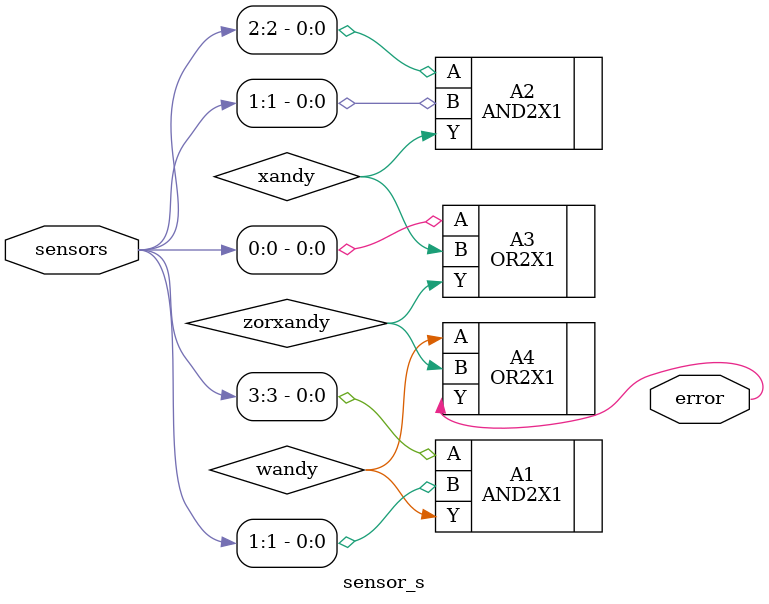
<source format=sv>

module sensor_s
(
	input wire [3:0] sensors,
	output wire error
);

wire wandy;
wire xandy;
wire zorxandy;

AND2X1 A1 (.A(sensors[3]), .B(sensors[1]), .Y(wandy));
AND2X1 A2 (.A(sensors[2]), .B(sensors[1]), .Y(xandy));
OR2X1 A3 (.A(sensors[0]), .B(xandy), .Y(zorxandy));
OR2X1 A4 (.A(wandy), .B(zorxandy), .Y(error));

endmodule 
</source>
